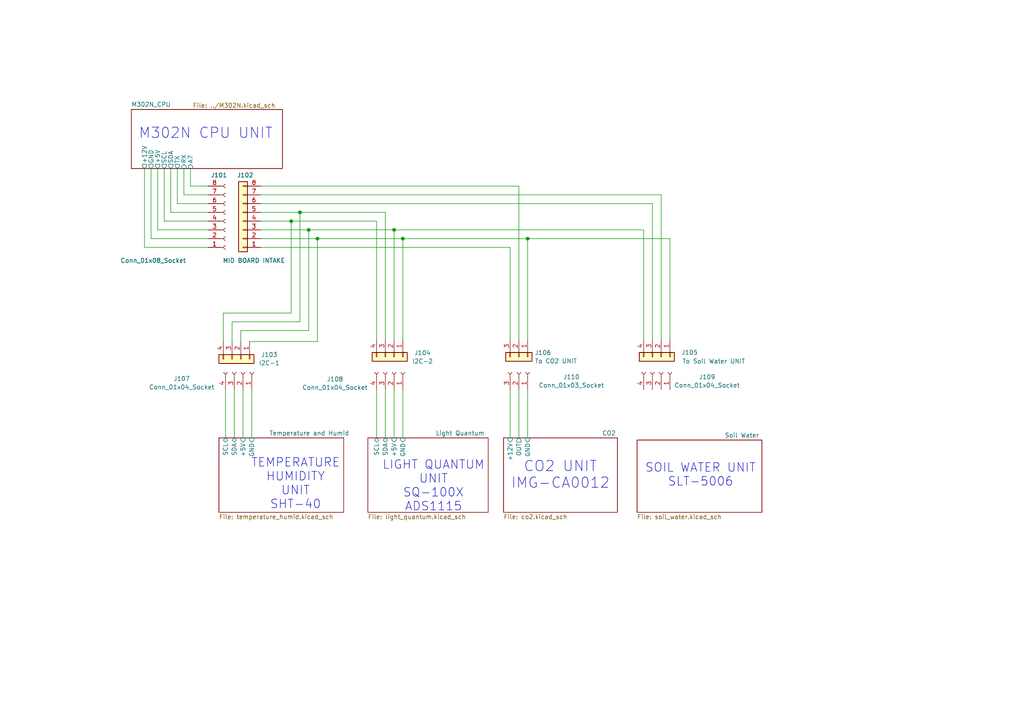
<source format=kicad_sch>
(kicad_sch (version 20250114) (generator "eeschema") (generator_version "9.0")
  (paper "A4")
  (lib_symbols
    (symbol "Connector:Conn_01x03_Socket" (pin_names (offset 1.016) (hide yes))
      (property "Reference" "J" (at 0 5.08 0))
      (property "Value" "Conn_01x03_Socket" (at 0 -5.08 0))
      (symbol "Conn_01x03_Socket_1_1"
        (polyline (pts (xy -1.27 2.54) (xy -0.508 2.54)) (stroke (width 0.1524)))
        (polyline (pts (xy -1.27 0) (xy -0.508 0)) (stroke (width 0.1524)))
        (polyline (pts (xy -1.27 -2.54) (xy -0.508 -2.54)) (stroke (width 0.1524)))
        (arc (start 0 2.032) (mid -0.5058 2.54) (end 0 3.048) (stroke (width 0.1524)))
        (arc (start 0 -0.508) (mid -0.5058 0) (end 0 0.508) (stroke (width 0.1524)))
        (arc (start 0 -3.048) (mid -0.5058 -2.54) (end 0 -2.032) (stroke (width 0.1524)))
        (pin passive line (at -5.08 2.54 0) (length 3.81) (name "Pin_1") (number "1"))
        (pin passive line (at -5.08 0 0) (length 3.81) (name "Pin_2") (number "2"))
        (pin passive line (at -5.08 -2.54 0) (length 3.81) (name "Pin_3") (number "3"))
      )
    )
    (symbol "Connector:Conn_01x04_Socket" (pin_names (offset 1.016) (hide yes))
      (property "Reference" "J" (at 0 5.08 0))
      (property "Value" "Conn_01x04_Socket" (at 0 -7.62 0))
      (symbol "Conn_01x04_Socket_1_1"
        (polyline (pts (xy -1.27 2.54) (xy -0.508 2.54)) (stroke (width 0.1524)))
        (polyline (pts (xy -1.27 0) (xy -0.508 0)) (stroke (width 0.1524)))
        (polyline (pts (xy -1.27 -2.54) (xy -0.508 -2.54)) (stroke (width 0.1524)))
        (polyline (pts (xy -1.27 -5.08) (xy -0.508 -5.08)) (stroke (width 0.1524)))
        (arc (start 0 2.032) (mid -0.5058 2.54) (end 0 3.048) (stroke (width 0.1524)))
        (arc (start 0 -0.508) (mid -0.5058 0) (end 0 0.508) (stroke (width 0.1524)))
        (arc (start 0 -3.048) (mid -0.5058 -2.54) (end 0 -2.032) (stroke (width 0.1524)))
        (arc (start 0 -5.588) (mid -0.5058 -5.08) (end 0 -4.572) (stroke (width 0.1524)))
        (pin passive line (at -5.08 2.54 0) (length 3.81) (name "Pin_1") (number "1"))
        (pin passive line (at -5.08 0 0) (length 3.81) (name "Pin_2") (number "2"))
        (pin passive line (at -5.08 -2.54 0) (length 3.81) (name "Pin_3") (number "3"))
        (pin passive line (at -5.08 -5.08 0) (length 3.81) (name "Pin_4") (number "4"))
      )
    )
    (symbol "Connector:Conn_01x08_Socket" (pin_names (offset 1.016) (hide yes))
      (property "Reference" "J" (at 0 10.16 0))
      (property "Value" "Conn_01x08_Socket" (at 0 -12.7 0))
      (symbol "Conn_01x08_Socket_1_1"
        (polyline (pts (xy -1.27 7.62) (xy -0.508 7.62)) (stroke (width 0.1524)))
        (polyline (pts (xy -1.27 5.08) (xy -0.508 5.08)) (stroke (width 0.1524)))
        (polyline (pts (xy -1.27 2.54) (xy -0.508 2.54)) (stroke (width 0.1524)))
        (polyline (pts (xy -1.27 0) (xy -0.508 0)) (stroke (width 0.1524)))
        (polyline (pts (xy -1.27 -2.54) (xy -0.508 -2.54)) (stroke (width 0.1524)))
        (polyline (pts (xy -1.27 -5.08) (xy -0.508 -5.08)) (stroke (width 0.1524)))
        (polyline (pts (xy -1.27 -7.62) (xy -0.508 -7.62)) (stroke (width 0.1524)))
        (polyline (pts (xy -1.27 -10.16) (xy -0.508 -10.16)) (stroke (width 0.1524)))
        (arc (start 0 7.112) (mid -0.5058 7.62) (end 0 8.128) (stroke (width 0.1524)))
        (arc (start 0 4.572) (mid -0.5058 5.08) (end 0 5.588) (stroke (width 0.1524)))
        (arc (start 0 2.032) (mid -0.5058 2.54) (end 0 3.048) (stroke (width 0.1524)))
        (arc (start 0 -0.508) (mid -0.5058 0) (end 0 0.508) (stroke (width 0.1524)))
        (arc (start 0 -3.048) (mid -0.5058 -2.54) (end 0 -2.032) (stroke (width 0.1524)))
        (arc (start 0 -5.588) (mid -0.5058 -5.08) (end 0 -4.572) (stroke (width 0.1524)))
        (arc (start 0 -8.128) (mid -0.5058 -7.62) (end 0 -7.112) (stroke (width 0.1524)))
        (arc (start 0 -10.668) (mid -0.5058 -10.16) (end 0 -9.652) (stroke (width 0.1524)))
        (pin passive line (at -5.08 7.62 0) (length 3.81) (name "Pin_1") (number "1"))
        (pin passive line (at -5.08 5.08 0) (length 3.81) (name "Pin_2") (number "2"))
        (pin passive line (at -5.08 2.54 0) (length 3.81) (name "Pin_3") (number "3"))
        (pin passive line (at -5.08 0 0) (length 3.81) (name "Pin_4") (number "4"))
        (pin passive line (at -5.08 -2.54 0) (length 3.81) (name "Pin_5") (number "5"))
        (pin passive line (at -5.08 -5.08 0) (length 3.81) (name "Pin_6") (number "6"))
        (pin passive line (at -5.08 -7.62 0) (length 3.81) (name "Pin_7") (number "7"))
        (pin passive line (at -5.08 -10.16 0) (length 3.81) (name "Pin_8") (number "8"))
      )
    )
    (symbol "Connector_Generic:Conn_01x03" (pin_names (offset 1.016) (hide yes))
      (property "Reference" "J" (at 0 5.08 0))
      (property "Value" "Conn_01x03" (at 0 -5.08 0))
      (symbol "Conn_01x03_1_1"
        (rectangle (start -1.27 3.81) (end 1.27 -3.81) (stroke (width 0.254)) (fill (type background)))
        (rectangle (start -1.27 2.667) (end 0 2.413) (stroke (width 0.1524)))
        (rectangle (start -1.27 0.127) (end 0 -0.127) (stroke (width 0.1524)))
        (rectangle (start -1.27 -2.413) (end 0 -2.667) (stroke (width 0.1524)))
        (pin passive line (at -5.08 2.54 0) (length 3.81) (name "Pin_1") (number "1"))
        (pin passive line (at -5.08 0 0) (length 3.81) (name "Pin_2") (number "2"))
        (pin passive line (at -5.08 -2.54 0) (length 3.81) (name "Pin_3") (number "3"))
      )
    )
    (symbol "Connector_Generic:Conn_01x04" (pin_names (offset 1.016) (hide yes))
      (property "Reference" "J" (at 0 5.08 0))
      (property "Value" "Conn_01x04" (at 0 -7.62 0))
      (symbol "Conn_01x04_1_1"
        (rectangle (start -1.27 3.81) (end 1.27 -6.35) (stroke (width 0.254)) (fill (type background)))
        (rectangle (start -1.27 2.667) (end 0 2.413) (stroke (width 0.1524)))
        (rectangle (start -1.27 0.127) (end 0 -0.127) (stroke (width 0.1524)))
        (rectangle (start -1.27 -2.413) (end 0 -2.667) (stroke (width 0.1524)))
        (rectangle (start -1.27 -4.953) (end 0 -5.207) (stroke (width 0.1524)))
        (pin passive line (at -5.08 2.54 0) (length 3.81) (name "Pin_1") (number "1"))
        (pin passive line (at -5.08 0 0) (length 3.81) (name "Pin_2") (number "2"))
        (pin passive line (at -5.08 -2.54 0) (length 3.81) (name "Pin_3") (number "3"))
        (pin passive line (at -5.08 -5.08 0) (length 3.81) (name "Pin_4") (number "4"))
      )
    )
    (symbol "Connector_Generic:Conn_01x08" (pin_names (offset 1.016) (hide yes))
      (property "Reference" "J" (at 0 10.16 0))
      (property "Value" "Conn_01x08" (at 0 -12.7 0))
      (symbol "Conn_01x08_1_1"
        (rectangle (start -1.27 8.89) (end 1.27 -11.43) (stroke (width 0.254)) (fill (type background)))
        (rectangle (start -1.27 7.747) (end 0 7.493) (stroke (width 0.1524)))
        (rectangle (start -1.27 5.207) (end 0 4.953) (stroke (width 0.1524)))
        (rectangle (start -1.27 2.667) (end 0 2.413) (stroke (width 0.1524)))
        (rectangle (start -1.27 0.127) (end 0 -0.127) (stroke (width 0.1524)))
        (rectangle (start -1.27 -2.413) (end 0 -2.667) (stroke (width 0.1524)))
        (rectangle (start -1.27 -4.953) (end 0 -5.207) (stroke (width 0.1524)))
        (rectangle (start -1.27 -7.493) (end 0 -7.747) (stroke (width 0.1524)))
        (rectangle (start -1.27 -10.033) (end 0 -10.287) (stroke (width 0.1524)))
        (pin passive line (at -5.08 7.62 0) (length 3.81) (name "Pin_1") (number "1"))
        (pin passive line (at -5.08 5.08 0) (length 3.81) (name "Pin_2") (number "2"))
        (pin passive line (at -5.08 2.54 0) (length 3.81) (name "Pin_3") (number "3"))
        (pin passive line (at -5.08 0 0) (length 3.81) (name "Pin_4") (number "4"))
        (pin passive line (at -5.08 -2.54 0) (length 3.81) (name "Pin_5") (number "5"))
        (pin passive line (at -5.08 -5.08 0) (length 3.81) (name "Pin_6") (number "6"))
        (pin passive line (at -5.08 -7.62 0) (length 3.81) (name "Pin_7") (number "7"))
        (pin passive line (at -5.08 -10.16 0) (length 3.81) (name "Pin_8") (number "8"))
      )
    )
  )
  (text "TEMPERATURE\nHUMIDITY\nUNIT\nSHT-40" (at 85.725 140.335 0) (effects (font (size 2.5 2.5))))
  (text "M302N CPU UNIT" (at 59.69 38.735 0) (effects (font (size 3 3))))
  (text "LIGHT QUANTUM\nUNIT\nSQ-100X\nADS1115" (at 125.73 140.97 0) (effects (font (size 2.5 2.5))))
  (text "CO2 UNIT\nIMG-CA0012" (at 162.56 137.795 0) (effects (font (size 3 3))))
  (text "SOIL WATER UNIT\nSLT-5006" (at 203.2 137.795 0) (effects (font (size 2.5 2.5))))
  (junction (at 116.84 69.215))
  (junction (at 153.035 69.215))
  (junction (at 89.535 66.675))
  (junction (at 86.995 61.595))
  (junction (at 84.455 64.135))
  (junction (at 92.075 69.215))
  (junction (at 114.3 66.675))
  (wire (pts (xy 47.625 64.135) (xy 60.325 64.135)))
  (wire (pts (xy 73.025 113.03) (xy 73.025 127)))
  (wire (pts (xy 116.84 69.215) (xy 153.035 69.215)))
  (wire (pts (xy 55.245 48.895) (xy 55.245 53.975)))
  (wire (pts (xy 89.535 95.885) (xy 89.535 66.675)))
  (wire (pts (xy 75.565 53.975) (xy 150.495 53.975)))
  (wire (pts (xy 191.77 56.515) (xy 75.565 56.515)))
  (wire (pts (xy 69.85 95.885) (xy 89.535 95.885)))
  (wire (pts (xy 67.31 93.345) (xy 86.995 93.345)))
  (wire (pts (xy 67.31 99.06) (xy 67.31 93.345)))
  (wire (pts (xy 116.84 69.215) (xy 116.84 98.425)))
  (wire (pts (xy 147.955 113.03) (xy 147.955 127)))
  (wire (pts (xy 45.72 48.895) (xy 45.72 66.675)))
  (wire (pts (xy 75.565 69.215) (xy 92.075 69.215)))
  (wire (pts (xy 84.455 64.135) (xy 109.22 64.135)))
  (wire (pts (xy 51.435 48.895) (xy 51.435 59.055)))
  (wire (pts (xy 194.31 69.215) (xy 153.035 69.215)))
  (wire (pts (xy 69.85 99.06) (xy 69.85 95.885)))
  (wire (pts (xy 114.3 66.675) (xy 186.69 66.675)))
  (wire (pts (xy 147.955 71.755) (xy 147.955 98.425)))
  (wire (pts (xy 55.245 53.975) (xy 60.325 53.975)))
  (wire (pts (xy 65.405 113.03) (xy 65.405 127)))
  (wire (pts (xy 109.22 113.03) (xy 109.22 127)))
  (wire (pts (xy 43.815 48.895) (xy 43.815 69.215)))
  (wire (pts (xy 92.075 69.215) (xy 116.84 69.215)))
  (wire (pts (xy 75.565 64.135) (xy 84.455 64.135)))
  (wire (pts (xy 51.435 59.055) (xy 60.325 59.055)))
  (wire (pts (xy 189.23 59.055) (xy 189.23 98.425)))
  (wire (pts (xy 49.53 48.895) (xy 49.53 61.595)))
  (wire (pts (xy 45.72 66.675) (xy 60.325 66.675)))
  (wire (pts (xy 89.535 66.675) (xy 114.3 66.675)))
  (wire (pts (xy 75.565 66.675) (xy 89.535 66.675)))
  (wire (pts (xy 47.625 48.895) (xy 47.625 64.135)))
  (wire (pts (xy 153.035 113.03) (xy 153.035 127)))
  (wire (pts (xy 67.945 113.03) (xy 67.945 127)))
  (wire (pts (xy 111.76 61.595) (xy 111.76 98.425)))
  (wire (pts (xy 153.035 69.215) (xy 153.035 98.425)))
  (wire (pts (xy 116.84 113.03) (xy 116.84 127)))
  (wire (pts (xy 43.815 69.215) (xy 60.325 69.215)))
  (wire (pts (xy 41.91 71.755) (xy 60.325 71.755)))
  (wire (pts (xy 191.77 98.425) (xy 191.77 56.515)))
  (wire (pts (xy 75.565 59.055) (xy 189.23 59.055)))
  (wire (pts (xy 75.565 61.595) (xy 86.995 61.595)))
  (wire (pts (xy 150.495 113.03) (xy 150.495 127)))
  (wire (pts (xy 92.075 99.06) (xy 92.075 69.215)))
  (wire (pts (xy 86.995 93.345) (xy 86.995 61.595)))
  (wire (pts (xy 186.69 66.675) (xy 186.69 98.425)))
  (wire (pts (xy 114.3 66.675) (xy 114.3 98.425)))
  (wire (pts (xy 53.34 56.515) (xy 60.325 56.515)))
  (wire (pts (xy 114.3 113.03) (xy 114.3 127)))
  (wire (pts (xy 53.34 48.895) (xy 53.34 56.515)))
  (wire (pts (xy 84.455 90.805) (xy 64.77 90.805)))
  (wire (pts (xy 41.91 48.895) (xy 41.91 71.755)))
  (wire (pts (xy 70.485 113.03) (xy 70.485 127)))
  (wire (pts (xy 150.495 53.975) (xy 150.495 98.425)))
  (wire (pts (xy 49.53 61.595) (xy 60.325 61.595)))
  (wire (pts (xy 86.995 61.595) (xy 111.76 61.595)))
  (wire (pts (xy 72.39 99.06) (xy 92.075 99.06)))
  (wire (pts (xy 84.455 64.135) (xy 84.455 90.805)))
  (wire (pts (xy 75.565 71.755) (xy 147.955 71.755)))
  (wire (pts (xy 194.31 98.425) (xy 194.31 69.215)))
  (wire (pts (xy 64.77 90.805) (xy 64.77 99.06)))
  (wire (pts (xy 109.22 64.135) (xy 109.22 98.425)))
  (wire (pts (xy 111.76 113.03) (xy 111.76 127)))
  (symbol (lib_id "Connector:Conn_01x04_Socket") (at 70.485 107.95 270) (mirror x) (unit 1) (on_board no)
    (property "Reference" "J107" (at 52.705 109.855 90))
    (property "Value" "Conn_01x04_Socket" (at 52.705 112.2793 90))
    (property "Description" "Generic connector, single row, 01x04, script generated" (effects (hide yes)))
  )
  (symbol (lib_id "Connector_Generic:Conn_01x08") (at 70.485 64.135 180) (unit 1)
    (property "Reference" "J102" (at 71.12 50.8 0))
    (property "Value" "MID BOARD INTAKE" (at 73.66 75.565 0))
    (property "Description" "Generic connector, single row, 01x08, script generated (kicad-library-utils/schlib/autogen/connector/)" (effects (hide yes)))
  )
  (symbol (lib_id "Connector_Generic:Conn_01x04") (at 69.85 104.14 270) (unit 1)
    (property "Reference" "J103" (at 78.105 102.87 90))
    (property "Value" "I2C-1" (at 78.105 105.2943 90))
    (property "Description" "Generic connector, single row, 01x04, script generated (kicad-library-utils/schlib/autogen/connector/)" (effects (hide yes)))
  )
  (symbol (lib_id "Connector:Conn_01x08_Socket") (at 65.405 64.135 0) (mirror x) (unit 1) (on_board no)
    (property "Reference" "J101" (at 63.5 50.8 0))
    (property "Value" "Conn_01x08_Socket" (at 44.45 75.565 0))
    (property "Description" "Generic connector, single row, 01x08, script generated" (effects (hide yes)))
  )
  (symbol (lib_id "Connector_Generic:Conn_01x04") (at 114.3 103.505 270) (unit 1)
    (property "Reference" "J104" (at 122.555 102.3507 90))
    (property "Value" "I2C-2" (at 122.555 104.775 90))
    (property "Description" "Generic connector, single row, 01x04, script generated (kicad-library-utils/schlib/autogen/connector/)" (effects (hide yes)))
  )
  (symbol (lib_id "Connector:Conn_01x03_Socket") (at 150.495 107.95 270) (mirror x) (unit 1)
    (property "Reference" "J110" (at 165.735 109.3357 90))
    (property "Value" "Conn_01x03_Socket" (at 165.735 111.76 90))
    (property "Description" "Generic connector, single row, 01x03, script generated" (effects (hide yes)))
  )
  (symbol (lib_id "Connector_Generic:Conn_01x03") (at 150.495 103.505 270) (unit 1)
    (property "Reference" "J106" (at 155.067 102.2928 90) (effects (justify left)))
    (property "Value" "To CO2 UNIT" (at 155.067 104.7171 90) (effects (justify left)))
    (property "Description" "Generic connector, single row, 01x03, script generated (kicad-library-utils/schlib/autogen/connector/)" (effects (hide yes)))
  )
  (symbol (lib_id "Connector:Conn_01x04_Socket") (at 114.3 107.95 270) (mirror x) (unit 1)
    (property "Reference" "J108" (at 97.155 109.9707 90))
    (property "Value" "Conn_01x04_Socket" (at 97.155 112.395 90))
    (property "Description" "Generic connector, single row, 01x04, script generated" (effects (hide yes)))
  )
  (symbol (lib_id "Connector:Conn_01x04_Socket") (at 191.77 107.95 270) (mirror x) (unit 1)
    (property "Reference" "J109" (at 205.105 109.3357 90))
    (property "Value" "Conn_01x04_Socket" (at 205.105 111.76 90))
    (property "Description" "Generic connector, single row, 01x04, script generated" (effects (hide yes)))
  )
  (symbol (lib_id "Connector_Generic:Conn_01x04") (at 191.77 103.505 270) (unit 1)
    (property "Reference" "J105" (at 200.025 102.235 90))
    (property "Value" "To Soil Water UNIT" (at 207.01 104.775 90))
    (property "Description" "Generic connector, single row, 01x04, script generated (kicad-library-utils/schlib/autogen/connector/)" (effects (hide yes)))
  )
  (sheet (at 106.68 127) (size 34.925 21.59) (stroke (width 0.1524))
    (property "Sheetname" "Light Quantum" (at 126.365 126.365 0) (effects (justify left bottom)))
    (property "Sheetfile" "light_quantum.kicad_sch" (at 106.68 149.1746 0) (effects (justify left top)))
    (pin "+5V" input (at 114.3 127 90))
    (pin "GND" input (at 116.84 127 90))
    (pin "SCL" bidirectional (at 109.22 127 90))
    (pin "SDA" bidirectional (at 111.76 127 90))
  )
  (sheet (at 184.785 127.635) (size 36.195 20.955) (stroke (width 0.1524))
    (property "Sheetname" "Soil Water" (at 210.185 127 0) (effects (justify left bottom)))
    (property "Sheetfile" "soil_water.kicad_sch" (at 184.785 149.1746 0) (effects (justify left top)))
  )
  (sheet (at 146.05 127) (size 33.02 21.59) (stroke (width 0.1524))
    (property "Sheetname" "CO2" (at 174.625 126.365 0) (effects (justify left bottom)))
    (property "Sheetfile" "co2.kicad_sch" (at 146.05 149.1746 0) (effects (justify left top)))
    (pin "+12V" input (at 147.955 127 90))
    (pin "GND" input (at 153.035 127 90))
    (pin "OUT" output (at 150.495 127 90))
  )
  (sheet (at 63.5 127) (size 36.195 21.59) (stroke (width 0.1524))
    (property "Sheetname" "Temperature and Humid" (at 78.105 126.365 0) (effects (justify left bottom)))
    (property "Sheetfile" "temperature_humid.kicad_sch" (at 63.5 149.1746 0) (effects (justify left top)))
    (pin "+5V" input (at 70.485 127 90))
    (pin "GND" input (at 73.025 127 90))
    (pin "SCL" bidirectional (at 65.405 127 90))
    (pin "SDA" bidirectional (at 67.945 127 90))
  )
  (sheet (at 38.1 31.75) (size 43.815 17.145) (stroke (width 0.1524))
    (property "Sheetname" "M302N_CPU" (at 38.1 31.0384 0) (effects (justify left bottom)))
    (property "Sheetfile" "../M302N.kicad_sch" (at 55.88 29.845 0) (effects (justify left top)))
    (pin "+5V" output (at 45.72 48.895 270))
    (pin "+12V" output (at 41.91 48.895 270))
    (pin "A7" input (at 55.245 48.895 270))
    (pin "GND" output (at 43.815 48.895 270))
    (pin "RX" input (at 53.34 48.895 270))
    (pin "SCL" output (at 47.625 48.895 270))
    (pin "SDA" output (at 49.53 48.895 270))
    (pin "TX" output (at 51.435 48.895 270))
  )
)
</source>
